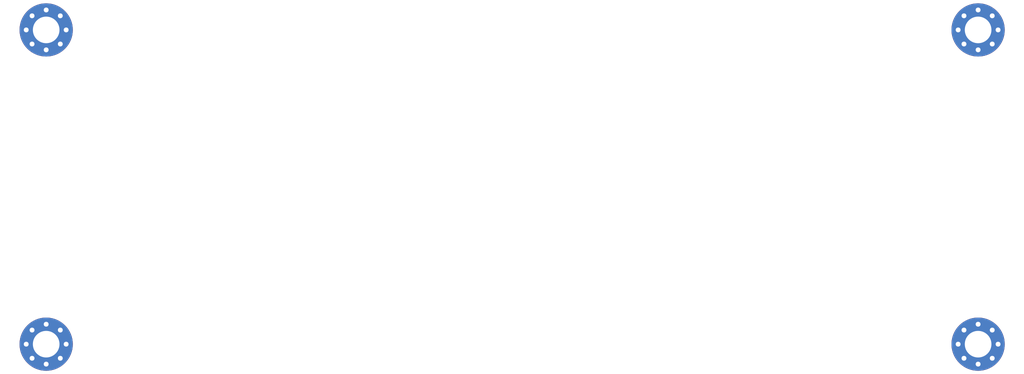
<source format=kicad_pcb>
(kicad_pcb (version 20241229) (generator "pcbnew") (generator_version "9.0")
  (layers (0 "F.Cu" signal) (2 "B.Cu" signal) (13 "F.Paste" user) (15 "B.Paste" user) (5 "F.SilkS" user "F.Silkscreen") (7 "B.SilkS" user "B.Silkscreen") (1 "F.Mask" user) (3 "B.Mask" user) (25 "Edge.Cuts" user))
  (net 0 "")
  (footprint "MountingHole_2.2mm_M2_Pad_Via" (layer "F.Cu") (at 77 26)
    (property "Reference" "generated" (hide yes))
    (property "Value" "MountingHole_2.2mm_M2_Pad_Via" (hide yes))
    (pad "1" thru_hole circle (at -1.65 0) (size 0.7 0.7) (drill 0.4) (layers "*.Cu" "*.Mask"))
    (pad "1" thru_hole circle (at -1.166726 -1.166726) (size 0.7 0.7) (drill 0.4) (layers "*.Cu" "*.Mask"))
    (pad "1" thru_hole circle (at -1.166726 1.166726) (size 0.7 0.7) (drill 0.4) (layers "*.Cu" "*.Mask"))
    (pad "1" thru_hole circle (at 0 -1.65) (size 0.7 0.7) (drill 0.4) (layers "*.Cu" "*.Mask"))
    (pad "1" thru_hole circle (at 0 0) (size 4.4 4.4) (drill 2.2) (layers "*.Cu" "*.Mask"))
    (pad "1" thru_hole circle (at 0 1.65) (size 0.7 0.7) (drill 0.4) (layers "*.Cu" "*.Mask"))
    (pad "1" thru_hole circle (at 1.166726 -1.166726) (size 0.7 0.7) (drill 0.4) (layers "*.Cu" "*.Mask"))
    (pad "1" thru_hole circle (at 1.166726 1.166726) (size 0.7 0.7) (drill 0.4) (layers "*.Cu" "*.Mask"))
    (pad "1" thru_hole circle (at 1.65 0) (size 0.7 0.7) (drill 0.4) (layers "*.Cu" "*.Mask"))
  )
  (footprint "MountingHole_2.2mm_M2_Pad_Via" (layer "F.Cu") (at 0 0)
    (property "Reference" "generated" (hide yes))
    (property "Value" "MountingHole_2.2mm_M2_Pad_Via" (hide yes))
    (pad "1" thru_hole circle (at -1.65 0) (size 0.7 0.7) (drill 0.4) (layers "*.Cu" "*.Mask"))
    (pad "1" thru_hole circle (at -1.166726 -1.166726) (size 0.7 0.7) (drill 0.4) (layers "*.Cu" "*.Mask"))
    (pad "1" thru_hole circle (at -1.166726 1.166726) (size 0.7 0.7) (drill 0.4) (layers "*.Cu" "*.Mask"))
    (pad "1" thru_hole circle (at 0 -1.65) (size 0.7 0.7) (drill 0.4) (layers "*.Cu" "*.Mask"))
    (pad "1" thru_hole circle (at 0 0) (size 4.4 4.4) (drill 2.2) (layers "*.Cu" "*.Mask"))
    (pad "1" thru_hole circle (at 0 1.65) (size 0.7 0.7) (drill 0.4) (layers "*.Cu" "*.Mask"))
    (pad "1" thru_hole circle (at 1.166726 -1.166726) (size 0.7 0.7) (drill 0.4) (layers "*.Cu" "*.Mask"))
    (pad "1" thru_hole circle (at 1.166726 1.166726) (size 0.7 0.7) (drill 0.4) (layers "*.Cu" "*.Mask"))
    (pad "1" thru_hole circle (at 1.65 0) (size 0.7 0.7) (drill 0.4) (layers "*.Cu" "*.Mask"))
  )
  (footprint "MountingHole_2.2mm_M2_Pad_Via" (layer "F.Cu") (at 0 26)
    (property "Reference" "generated" (hide yes))
    (property "Value" "MountingHole_2.2mm_M2_Pad_Via" (hide yes))
    (pad "1" thru_hole circle (at -1.65 0) (size 0.7 0.7) (drill 0.4) (layers "*.Cu" "*.Mask"))
    (pad "1" thru_hole circle (at -1.166726 -1.166726) (size 0.7 0.7) (drill 0.4) (layers "*.Cu" "*.Mask"))
    (pad "1" thru_hole circle (at -1.166726 1.166726) (size 0.7 0.7) (drill 0.4) (layers "*.Cu" "*.Mask"))
    (pad "1" thru_hole circle (at 0 -1.65) (size 0.7 0.7) (drill 0.4) (layers "*.Cu" "*.Mask"))
    (pad "1" thru_hole circle (at 0 0) (size 4.4 4.4) (drill 2.2) (layers "*.Cu" "*.Mask"))
    (pad "1" thru_hole circle (at 0 1.65) (size 0.7 0.7) (drill 0.4) (layers "*.Cu" "*.Mask"))
    (pad "1" thru_hole circle (at 1.166726 -1.166726) (size 0.7 0.7) (drill 0.4) (layers "*.Cu" "*.Mask"))
    (pad "1" thru_hole circle (at 1.166726 1.166726) (size 0.7 0.7) (drill 0.4) (layers "*.Cu" "*.Mask"))
    (pad "1" thru_hole circle (at 1.65 0) (size 0.7 0.7) (drill 0.4) (layers "*.Cu" "*.Mask"))
  )
  (footprint "MountingHole_2.2mm_M2_Pad_Via" (layer "F.Cu") (at 77 0)
    (property "Reference" "generated" (hide yes))
    (property "Value" "MountingHole_2.2mm_M2_Pad_Via" (hide yes))
    (pad "1" thru_hole circle (at -1.65 0) (size 0.7 0.7) (drill 0.4) (layers "*.Cu" "*.Mask"))
    (pad "1" thru_hole circle (at -1.166726 -1.166726) (size 0.7 0.7) (drill 0.4) (layers "*.Cu" "*.Mask"))
    (pad "1" thru_hole circle (at -1.166726 1.166726) (size 0.7 0.7) (drill 0.4) (layers "*.Cu" "*.Mask"))
    (pad "1" thru_hole circle (at 0 -1.65) (size 0.7 0.7) (drill 0.4) (layers "*.Cu" "*.Mask"))
    (pad "1" thru_hole circle (at 0 0) (size 4.4 4.4) (drill 2.2) (layers "*.Cu" "*.Mask"))
    (pad "1" thru_hole circle (at 0 1.65) (size 0.7 0.7) (drill 0.4) (layers "*.Cu" "*.Mask"))
    (pad "1" thru_hole circle (at 1.166726 -1.166726) (size 0.7 0.7) (drill 0.4) (layers "*.Cu" "*.Mask"))
    (pad "1" thru_hole circle (at 1.166726 1.166726) (size 0.7 0.7) (drill 0.4) (layers "*.Cu" "*.Mask"))
    (pad "1" thru_hole circle (at 1.65 0) (size 0.7 0.7) (drill 0.4) (layers "*.Cu" "*.Mask"))
  )
)
</source>
